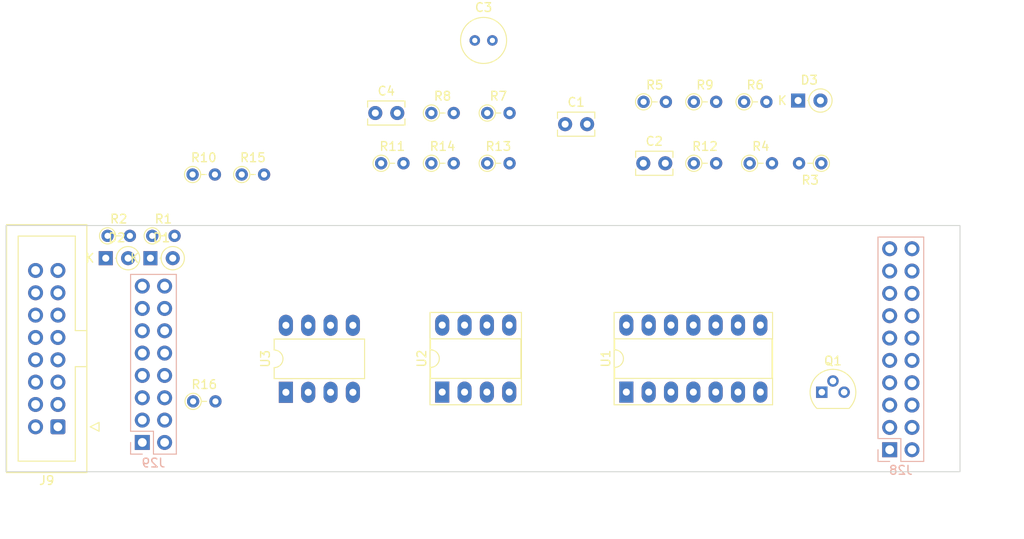
<source format=kicad_pcb>
(kicad_pcb (version 20211014) (generator pcbnew)
  (title_block (date "2022-11-24"))
  (layers (0 "F.Cu" signal) (31 "B.Cu" signal) (34 "B.Paste" user) (35 "F.Paste" user) (36 "B.SilkS" user "B.Silkscreen") (37 "F.SilkS" user "F.Silkscreen") (38 "B.Mask" user) (39 "F.Mask" user) (44 "Edge.Cuts" user))
  (net 0 "")
  (net 1 "/RV1_W")
  (net 2 "GND")
  (net 3 "Net-(C2-Pad1)")
  (net 4 "Net-(C2-Pad2)")
  (net 5 "Net-(C3-Pad1)")
  (net 6 "Net-(U3-Pad5)")
  (net 7 "+12V")
  (net 8 "Net-(D3-Pad1)")
  (net 9 "-12V")
  (net 10 "-12VA")
  (net 11 "+12VA")
  (net 12 "+5V")
  (net 17 "Net-(Q1-Pad3)")
  (net 18 "/INT_CLK")
  (net 19 "/RV1_CW")
  (net 20 "/TRIG_IN")
  (net 21 "Net-(R5-Pad1)")
  (net 22 "Net-(R5-Pad2)")
  (net 23 "/SHLD")
  (net 24 "/SH_OUT")
  (net 25 "Net-(U3-Pad3)")
  (net 26 "Net-(U3-Pad2)")
  (net 27 "Net-(U3-Pad6)")
  (net 28 "Net-(U3-Pad1)")
  (net 29 "/SH_5V")
  (net 30 "Net-(U1-Pad10)")
  (net 32 "/SH_IN")
  (net 56 "Net-(D1-Pad2)")
  (net 57 "Net-(D2-Pad1)")
  (footprint "Resistor_THT:R_Axial_DIN0204_L3.6mm_D1.6mm_P2.54mm_Vertical" (layer "F.Cu") (at 78.81 123.2)
    (fp_text reference "R15" (at 1.27 -1.92) (layer "F.SilkS"))
    (fp_text value "68K")
    (fp_line (start 0.92 0) (end 1.54 0) (layer "F.SilkS") (width 0.12))
    (fp_circle (center 0 0) (end 0.92 0) (layer "F.SilkS") (width 0.12) (fill none))
    (pad "1" thru_hole circle (at 0 0) (size 1.4 1.4) (drill 0.7) (layers *.Cu *.Mask) (net 28 "Net-(U3-Pad1)"))
    (pad "2" thru_hole oval (at 2.54 0) (size 1.4 1.4) (drill 0.7) (layers *.Cu *.Mask) (net 25 "Net-(U3-Pad3)"))
  )
  (footprint "Diode_THT:D_DO-35_SOD27_P2.54mm_Vertical_KathodeUp" (layer "F.Cu") (at 68.424315 132.715)
    (fp_text reference "D1" (at 1.27 -2.326371) (layer "F.SilkS"))
    (fp_text value "BAT41")
    (fp_text user "K" (at -1.8 0) (layer "F.SilkS"))
    (fp_line (start 1.213629 0) (end 1.1 0) (layer "F.SilkS") (width 0.12))
    (fp_circle (center 2.54 0) (end 3.866371 0) (layer "F.SilkS") (width 0.12) (fill none))
    (pad "1" thru_hole rect (at 0 0) (size 1.6 1.6) (drill 0.8) (layers *.Cu *.Mask) (net 7 "+12V"))
    (pad "2" thru_hole oval (at 2.54 0) (size 1.6 1.6) (drill 0.8) (layers *.Cu *.Mask) (net 56 "Net-(D1-Pad2)"))
  )
  (footprint "Capacitor_THT:C_Rect_L4.0mm_W2.5mm_P2.50mm" (layer "F.Cu") (at 124.48 121.92)
    (fp_text reference "C2" (at 1.25 -2.5) (layer "F.SilkS"))
    (fp_text value "470pF")
    (fp_line (start -0.87 -1.37) (end 3.37 -1.37) (layer "F.SilkS") (width 0.12))
    (fp_line (start -0.87 1.37) (end 3.37 1.37) (layer "F.SilkS") (width 0.12))
    (fp_line (start -0.87 -1.37) (end -0.87 -0.665) (layer "F.SilkS") (width 0.12))
    (fp_line (start -0.87 0.665) (end -0.87 1.37) (layer "F.SilkS") (width 0.12))
    (fp_line (start 3.37 -1.37) (end 3.37 -0.665) (layer "F.SilkS") (width 0.12))
    (fp_line (start 3.37 0.665) (end 3.37 1.37) (layer "F.SilkS") (width 0.12))
    (pad "1" thru_hole circle (at 0 0) (size 1.6 1.6) (drill 0.8) (layers *.Cu *.Mask) (net 3 "Net-(C2-Pad1)"))
    (pad "2" thru_hole circle (at 2.5 0) (size 1.6 1.6) (drill 0.8) (layers *.Cu *.Mask) (net 4 "Net-(C2-Pad2)"))
  )
  (footprint "Resistor_THT:R_Axial_DIN0204_L3.6mm_D1.6mm_P2.54mm_Vertical" (layer "F.Cu") (at 106.73 121.92)
    (fp_text reference "R13" (at 1.27 -1.92) (layer "F.SilkS"))
    (fp_text value "330K")
    (fp_line (start 0.92 0) (end 1.54 0) (layer "F.SilkS") (width 0.12))
    (fp_circle (center 0 0) (end 0.92 0) (layer "F.SilkS") (width 0.12) (fill none))
    (pad "1" thru_hole circle (at 0 0) (size 1.4 1.4) (drill 0.7) (layers *.Cu *.Mask) (net 26 "Net-(U3-Pad2)"))
    (pad "2" thru_hole oval (at 2.54 0) (size 1.4 1.4) (drill 0.7) (layers *.Cu *.Mask) (net 23 "/SHLD"))
  )
  (footprint "Package_DIP:DIP-8_W7.62mm_Socket_LongPads" (layer "F.Cu") (at 101.61 147.945 90)
    (fp_text reference "U2" (at 3.81 -2.33 90) (layer "F.SilkS"))
    (fp_text value "LF398_DIP8")
    (fp_line (start 2.81 -1.33) (end 1.56 -1.33) (layer "F.SilkS") (width 0.12))
    (fp_line (start 1.56 -1.33) (end 1.56 8.95) (layer "F.SilkS") (width 0.12))
    (fp_line (start 9.06 -1.39) (end -1.44 -1.39) (layer "F.SilkS") (width 0.12))
    (fp_line (start 1.56 8.95) (end 6.06 8.95) (layer "F.SilkS") (width 0.12))
    (fp_line (start -1.44 9.01) (end 9.06 9.01) (layer "F.SilkS") (width 0.12))
    (fp_line (start -1.44 -1.39) (end -1.44 9.01) (layer "F.SilkS") (width 0.12))
    (fp_line (start 9.06 9.01) (end 9.06 -1.39) (layer "F.SilkS") (width 0.12))
    (fp_line (start 6.06 -1.33) (end 4.81 -1.33) (layer "F.SilkS") (width 0.12))
    (fp_line (start 6.06 8.95) (end 6.06 -1.33) (layer "F.SilkS") (width 0.12))
    (fp_arc (start 4.81 -1.33) (mid 3.81 -0.33) (end 2.81 -1.33) (layer "F.SilkS") (width 0.12))
    (pad "1" thru_hole rect (at 0 0 90) (size 2.4 1.6) (drill 0.8) (layers *.Cu *.Mask) (net 7 "+12V"))
    (pad "2" thru_hole oval (at 0 2.54 90) (size 2.4 1.6) (drill 0.8) (layers *.Cu *.Mask))
    (pad "3" thru_hole oval (at 0 5.08 90) (size 2.4 1.6) (drill 0.8) (layers *.Cu *.Mask) (net 32 "/SH_IN"))
    (pad "4" thru_hole oval (at 0 7.62 90) (size 2.4 1.6) (drill 0.8) (layers *.Cu *.Mask) (net 9 "-12V"))
    (pad "5" thru_hole oval (at 7.62 7.62 90) (size 2.4 1.6) (drill 0.8) (layers *.Cu *.Mask) (net 23 "/SHLD"))
    (pad "6" thru_hole oval (at 7.62 5.08 90) (size 2.4 1.6) (drill 0.8) (layers *.Cu *.Mask) (net 5 "Net-(C3-Pad1)"))
    (pad "7" thru_hole oval (at 7.62 2.54 90) (size 2.4 1.6) (drill 0.8) (layers *.Cu *.Mask) (net 2 "GND"))
    (pad "8" thru_hole oval (at 7.62 0 90) (size 2.4 1.6) (drill 0.8) (layers *.Cu *.Mask) (net 21 "Net-(R5-Pad1)"))
  )
  (footprint "Resistor_THT:R_Axial_DIN0204_L3.6mm_D1.6mm_P2.54mm_Vertical" (layer "F.Cu") (at 135.94 114.935)
    (fp_text reference "R6" (at 1.27 -1.92) (layer "F.SilkS"))
    (fp_text value "1.8K")
    (fp_line (start 0.92 0) (end 1.54 0) (layer "F.SilkS") (width 0.12))
    (fp_circle (center 0 0) (end 0.92 0) (layer "F.SilkS") (width 0.12) (fill none))
    (pad "1" thru_hole circle (at 0 0) (size 1.4 1.4) (drill 0.7) (layers *.Cu *.Mask) (net 2 "GND"))
    (pad "2" thru_hole oval (at 2.54 0) (size 1.4 1.4) (drill 0.7) (layers *.Cu *.Mask) (net 21 "Net-(R5-Pad1)"))
  )
  (footprint "Connector_IDC:IDC-Header_2x08_P2.54mm_Vertical" (layer "F.Cu") (at 57.9025 151.892 180)
    (fp_text reference "J9" (at 1.27 -6.1) (layer "F.SilkS"))
    (fp_text value "ER-PWR-2X8")
    (fp_line (start -1.98 10.94) (end -1.98 10.94) (layer "F.SilkS") (width 0.12))
    (fp_line (start -3.29 22.99) (end -3.29 -5.21) (layer "F.SilkS") (width 0.12))
    (fp_line (start -1.98 21.69) (end -1.98 10.94) (layer "F.SilkS") (width 0.12))
    (fp_line (start -3.29 6.84) (end -1.98 6.84) (layer "F.SilkS") (width 0.12))
    (fp_line (start 4.52 -3.91) (end 4.52 21.69) (layer "F.SilkS") (width 0.12))
    (fp_line (start -3.68 0) (end -4.68 -0.5) (layer "F.SilkS") (width 0.12))
    (fp_line (start -4.68 0.5) (end -3.68 0) (layer "F.SilkS") (width 0.12))
    (fp_line (start 5.83 22.99) (end -3.29 22.99) (layer "F.SilkS") (width 0.12))
    (fp_line (start 5.83 -5.21) (end 5.83 22.99) (layer "F.SilkS") (width 0.12))
    (fp_line (start -3.29 -5.21) (end 5.83 -5.21) (layer "F.SilkS") (width 0.12))
    (fp_line (start -1.98 -3.91) (end 4.52 -3.91) (layer "F.SilkS") (width 0.12))
    (fp_line (start 4.52 21.69) (end -1.98 21.69) (layer "F.SilkS") (width 0.12))
    (fp_line (start -4.68 -0.5) (end -4.68 0.5) (layer "F.SilkS") (width 0.12))
    (fp_line (start -1.98 6.84) (end -1.98 -3.91) (layer "F.SilkS") (width 0.12))
    (fp_line (start -1.98 10.94) (end -3.29 10.94) (layer "F.SilkS") (width 0.12))
    (pad "1" thru_hole roundrect (at 0 0 180) (size 1.7 1.7) (drill 1) (layers *.Cu *.Mask) (roundrect_rratio 0.147059) (net 10 "-12VA"))
    (pad "2" thru_hole circle (at 2.54 0 180) (size 1.7 1.7) (drill 1) (layers *.Cu *.Mask) (net 10 "-12VA"))
    (pad "3" thru_hole circle (at 0 2.54 180) (size 1.7 1.7) (drill 1) (layers *.Cu *.Mask) (net 2 "GND"))
    (pad "4" thru_hole circle (at 2.54 2.54 180) (size 1.7 1.7) (drill 1) (layers *.Cu *.Mask) (net 2 "GND"))
    (pad "5" thru_hole circle (at 0 5.08 180) (size 1.7 1.7) (drill 1) (layers *.Cu *.Mask) (net 2 "GND"))
    (pad "6" thru_hole circle (at 2.54 5.08 180) (size 1.7 1.7) (drill 1) (layers *.Cu *.Mask) (net 2 "GND"))
    (pad "7" thru_hole circle (at 0 7.62 180) (size 1.7 1.7) (drill 1) (layers *.Cu *.Mask) (net 2 "GND"))
    (pad "8" thru_hole circle (at 2.54 7.62 180) (size 1.7 1.7) (drill 1) (layers *.Cu *.Mask) (net 2 "GND"))
    (pad "9" thru_hole circle (at 0 10.16 180) (size 1.7 1.7) (drill 1) (layers *.Cu *.Mask) (net 11 "+12VA"))
    (pad "10" thru_hole circle (at 2.54 10.16 180) (size 1.7 1.7) (drill 1) (layers *.Cu *.Mask) (net 11 "+12VA"))
    (pad "11" thru_hole circle (at 0 12.7 180) (size 1.7 1.7) (drill 1) (layers *.Cu *.Mask) (net 12 "+5V"))
    (pad "12" thru_hole circle (at 2.54 12.7 180) (size 1.7 1.7) (drill 1) (layers *.Cu *.Mask) (net 12 "+5V"))
    (pad "13" thru_hole circle (at 0 15.24 180) (size 1.7 1.7) (drill 1) (layers *.Cu *.Mask))
    (pad "14" thru_hole circle (at 2.54 15.24 180) (size 1.7 1.7) (drill 1) (layers *.Cu *.Mask))
    (pad "15" thru_hole circle (at 0 17.78 180) (size 1.7 1.7) (drill 1) (layers *.Cu *.Mask))
    (pad "16" thru_hole circle (at 2.54 17.78 180) (size 1.7 1.7) (drill 1) (layers *.Cu *.Mask))
  )
  (footprint "Resistor_THT:R_Axial_DIN0204_L3.6mm_D1.6mm_P2.54mm_Vertical" (layer "F.Cu") (at 63.55 130.175)
    (fp_text reference "R2" (at 1.27 -1.92) (layer "F.SilkS"))
    (fp_text value "10")
    (fp_line (start 0.92 0) (end 1.54 0) (layer "F.SilkS") (width 0.12))
    (fp_circle (center 0 0) (end 0.92 0) (layer "F.SilkS") (width 0.12) (fill none))
    (pad "1" thru_hole circle (at 0 0) (size 1.4 1.4) (drill 0.7) (layers *.Cu *.Mask) (net 10 "-12VA"))
    (pad "2" thru_hole oval (at 2.54 0) (size 1.4 1.4) (drill 0.7) (layers *.Cu *.Mask) (net 57 "Net-(D2-Pad1)"))
  )
  (footprint "Resistor_THT:R_Axial_DIN0204_L3.6mm_D1.6mm_P2.54mm_Vertical" (layer "F.Cu") (at 106.73 116.205)
    (fp_text reference "R7" (at 1.27 -1.92) (layer "F.SilkS"))
    (fp_text value "1K")
    (fp_line (start 0.92 0) (end 1.54 0) (layer "F.SilkS") (width 0.12))
    (fp_circle (center 0 0) (end 0.92 0) (layer "F.SilkS") (width 0.12) (fill none))
    (pad "1" thru_hole circle (at 0 0) (size 1.4 1.4) (drill 0.7) (layers *.Cu *.Mask) (net 23 "/SHLD"))
    (pad "2" thru_hole oval (at 2.54 0) (size 1.4 1.4) (drill 0.7) (layers *.Cu *.Mask) (net 24 "/SH_OUT"))
  )
  (footprint "Resistor_THT:R_Axial_DIN0204_L3.6mm_D1.6mm_P2.54mm_Vertical" (layer "F.Cu") (at 130.225 114.935)
    (fp_text reference "R9" (at 1.27 -1.92) (layer "F.SilkS"))
    (fp_text value "4.7K")
    (fp_line (start 0.92 0) (end 1.54 0) (layer "F.SilkS") (width 0.12))
    (fp_circle (center 0 0) (end 0.92 0) (layer "F.SilkS") (width 0.12) (fill none))
    (pad "1" thru_hole circle (at 0 0) (size 1.4 1.4) (drill 0.7) (layers *.Cu *.Mask) (net 20 "/TRIG_IN"))
    (pad "2" thru_hole oval (at 2.54 0) (size 1.4 1.4) (drill 0.7) (layers *.Cu *.Mask) (net 8 "Net-(D3-Pad1)"))
  )
  (footprint "Diode_THT:D_DO-35_SOD27_P2.54mm_Vertical_KathodeUp" (layer "F.Cu") (at 142.084315 114.785)
    (fp_text reference "D3" (at 1.27 -2.326371) (layer "F.SilkS"))
    (fp_text value "1N4148")
    (fp_text user "K" (at -1.8 0) (layer "F.SilkS"))
    (fp_line (start 1.213629 0) (end 1.1 0) (layer "F.SilkS") (width 0.12))
    (fp_circle (center 2.54 0) (end 3.866371 0) (layer "F.SilkS") (width 0.12) (fill none))
    (pad "1" thru_hole rect (at 0 0) (size 1.6 1.6) (drill 0.8) (layers *.Cu *.Mask) (net 8 "Net-(D3-Pad1)"))
    (pad "2" thru_hole oval (at 2.54 0) (size 1.6 1.6) (drill 0.8) (layers *.Cu *.Mask) (net 2 "GND"))
  )
  (footprint "Resistor_THT:R_Axial_DIN0204_L3.6mm_D1.6mm_P2.54mm_Vertical" (layer "F.Cu") (at 100.38 116.205)
    (fp_text reference "R8" (at 1.27 -1.92) (layer "F.SilkS"))
    (fp_text value "2.2K")
    (fp_line (start 0.92 0) (end 1.54 0) (layer "F.SilkS") (width 0.12))
    (fp_circle (center 0 0) (end 0.92 0) (layer "F.SilkS") (width 0.12) (fill none))
    (pad "1" thru_hole circle (at 0 0) (size 1.4 1.4) (drill 0.7) (layers *.Cu *.Mask) (net 18 "/INT_CLK"))
    (pad "2" thru_hole oval (at 2.54 0) (size 1.4 1.4) (drill 0.7) (layers *.Cu *.Mask) (net 19 "/RV1_CW"))
  )
  (footprint "Resistor_THT:R_Axial_DIN0204_L3.6mm_D1.6mm_P2.54mm_Vertical" (layer "F.Cu") (at 73.22 123.2)
    (fp_text reference "R10" (at 1.27 -1.92) (layer "F.SilkS"))
    (fp_text value "10K")
    (fp_line (start 0.92 0) (end 1.54 0) (layer "F.SilkS") (width 0.12))
    (fp_circle (center 0 0) (end 0.92 0) (layer "F.SilkS") (width 0.12) (fill none))
    (pad "1" thru_hole circle (at 0 0) (size 1.4 1.4) (drill 0.7) (layers *.Cu *.Mask) (net 12 "+5V"))
    (pad "2" thru_hole oval (at 2.54 0) (size 1.4 1.4) (drill 0.7) (layers *.Cu *.Mask) (net 6 "Net-(U3-Pad5)"))
  )
  (footprint "Resistor_THT:R_Axial_DIN0204_L3.6mm_D1.6mm_P2.54mm_Vertical" (layer "F.Cu") (at 100.38 121.92)
    (fp_text reference "R14" (at 1.27 -1.92) (layer "F.SilkS"))
    (fp_text value "68K")
    (fp_line (start 0.92 0) (end 1.54 0) (layer "F.SilkS") (width 0.12))
    (fp_circle (center 0 0) (end 0.92 0) (layer "F.SilkS") (width 0.12) (fill none))
    (pad "1" thru_hole circle (at 0 0) (size 1.4 1.4) (drill 0.7) (layers *.Cu *.Mask) (net 26 "Net-(U3-Pad2)"))
    (pad "2" thru_hole oval (at 2.54 0) (size 1.4 1.4) (drill 0.7) (layers *.Cu *.Mask) (net 27 "Net-(U3-Pad6)"))
  )
  (footprint "Resistor_THT:R_Axial_DIN0204_L3.6mm_D1.6mm_P2.54mm_Vertical" (layer "F.Cu") (at 94.665 121.92)
    (fp_text reference "R11" (at 1.27 -1.92) (layer "F.SilkS"))
    (fp_text value "10K")
    (fp_line (start 0.92 0) (end 1.54 0) (layer "F.SilkS") (width 0.12))
    (fp_circle (center 0 0) (end 0.92 0) (layer "F.SilkS") (width 0.12) (fill none))
    (pad "1" thru_hole circle (at 0 0) (size 1.4 1.4) (drill 0.7) (layers *.Cu *.Mask) (net 6 "Net-(U3-Pad5)"))
    (pad "2" thru_hole oval (at 2.54 0) (size 1.4 1.4) (drill 0.7) (layers *.Cu *.Mask) (net 2 "GND"))
  )
  (footprint "Resistor_THT:R_Axial_DIN0204_L3.6mm_D1.6mm_P2.54mm_Vertical" (layer "F.Cu") (at 68.63 130.175)
    (fp_text reference "R1" (at 1.27 -1.92) (layer "F.SilkS"))
    (fp_text value "10")
    (fp_line (start 0.92 0) (end 1.54 0) (layer "F.SilkS") (width 0.12))
    (fp_circle (center 0 0) (end 0.92 0) (layer "F.SilkS") (width 0.12) (fill none))
    (pad "1" thru_hole circle (at 0 0) (size 1.4 1.4) (drill 0.7) (layers *.Cu *.Mask) (net 56 "Net-(D1-Pad2)"))
    (pad "2" thru_hole oval (at 2.54 0) (size 1.4 1.4) (drill 0.7) (layers *.Cu *.Mask) (net 11 "+12VA"))
  )
  (footprint "Capacitor_THT:C_Rect_L4.0mm_W2.5mm_P2.50mm" (layer "F.Cu") (at 115.59 117.475)
    (fp_text reference "C1" (at 1.25 -2.5) (layer "F.SilkS"))
    (fp_text value "1nF")
    (fp_line (start 3.37 0.665) (end 3.37 1.37) (layer "F.SilkS") (width 0.12))
    (fp_line (start -0.87 -1.37) (end -0.87 -0.665) (layer "F.SilkS") (width 0.12))
    (fp_line (start -0.87 -1.37) (end 3.37 -1.37) (layer "F.SilkS") (width 0.12))
    (fp_line (start -0.87 1.37) (end 3.37 1.37) (layer "F.SilkS") (width 0.12))
    (fp_line (start 3.37 -1.37) (end 3.37 -0.665) (layer "F.SilkS") (width 0.12))
    (fp_line (start -0.87 0.665) (end -0.87 1.37) (layer "F.SilkS") (width 0.12))
    (pad "1" thru_hole circle (at 0 0) (size 1.6 1.6) (drill 0.8) (layers *.Cu *.Mask) (net 1 "/RV1_W"))
    (pad "2" thru_hole circle (at 2.5 0) (size 1.6 1.6) (drill 0.8) (layers *.Cu *.Mask) (net 2 "GND"))
  )
  (footprint "Capacitor_THT:C_Radial_D5.0mm_H7.0mm_P2.00mm" (layer "F.Cu") (at 105.315 107.95)
    (fp_text reference "C3" (at 1 -3.75) (layer "F.SilkS"))
    (fp_text value "1nF Polystyrene")
    (fp_circle (center 1 0) (end 3.62 0) (layer "F.SilkS") (width 0.12) (fill none))
    (pad "1" thru_hole circle (at 0 0) (size 1.2 1.2) (drill 0.6) (layers *.Cu *.Mask) (net 5 "Net-(C3-Pad1)"))
    (pad "2" thru_hole circle (at 2 0) (size 1.2 1.2) (drill 0.6) (layers *.Cu *.Mask) (net 2 "GND"))
  )
  (footprint "Resistor_THT:R_Axial_DIN0204_L3.6mm_D1.6mm_P2.54mm_Vertical" (layer "F.Cu") (at 136.575 121.92)
    (fp_text reference "R4" (at 1.27 -1.92) (layer "F.SilkS"))
    (fp_text value "10K")
    (fp_line (start 0.92 0) (end 1.54 0) (layer "F.SilkS") (width 0.12))
    (fp_circle (center 0 0) (end 0.92 0) (layer "F.SilkS") (width 0.12) (fill none))
    (pad "1" thru_hole circle (at 0 0) (size 1.4 1.4) (drill 0.7) (layers *.Cu *.Mask) (net 2 "GND"))
    (pad "2" thru_hole oval (at 2.54 0) (size 1.4 1.4) (drill 0.7) (layers *.Cu *.Mask) (net 4 "Net-(C2-Pad2)"))
  )
  (footprint "Resistor_THT:R_Axial_DIN0204_L3.6mm_D1.6mm_P2.54mm_Vertical" (layer "F.Cu") (at 73.28 149)
    (fp_text reference "R16" (at 1.27 -1.92) (layer "F.SilkS"))
    (fp_text value "1K")
    (fp_line (start 0.92 0) (end 1.54 0) (layer "F.SilkS") (width 0.12))
    (fp_circle (center 0 0) (end 0.92 0) (layer "F.SilkS") (width 0.12) (fill none))
    (pad "1" thru_hole circle (at 0 0) (size 1.4 1.4) (drill 0.7) (layers *.Cu *.Mask) (net 29 "/SH_5V"))
    (pad "2" thru_hole oval (at 2.54 0) (size 1.4 1.4) (drill 0.7) (layers *.Cu *.Mask) (net 28 "Net-(U3-Pad1)"))
  )
  (footprint "Resistor_THT:R_Axial_DIN0204_L3.6mm_D1.6mm_P2.54mm_Vertical" (layer "F.Cu") (at 124.51 114.935)
    (fp_text reference "R5" (at 1.27 -1.92) (layer "F.SilkS"))
    (fp_text value "5.6K")
    (fp_line (start 0.92 0) (end 1.54 0) (layer "F.SilkS") (width 0.12))
    (fp_circle (center 0 0) (end 0.92 0) (layer "F.SilkS") (width 0.12) (fill none))
    (pad "1" thru_hole circle (at 0 0) (size 1.4 1.4) (drill 0.7) (layers *.Cu *.Mask) (net 21 "Net-(R5-Pad1)"))
    (pad "2" thru_hole oval (at 2.54 0) (size 1.4 1.4) (drill 0.7) (layers *.Cu *.Mask) (net 22 "Net-(R5-Pad2)"))
  )
  (footprint "Diode_THT:D_DO-35_SOD27_P2.54mm_Vertical_KathodeUp" (layer "F.Cu") (at 63.344315 132.715)
    (fp_text reference "D2" (at 1.27 -2.326371) (layer "F.SilkS"))
    (fp_text value "BAT41")
    (fp_text user "K" (at -1.8 0) (layer "F.SilkS"))
    (fp_line (start 1.213629 0) (end 1.1 0) (layer "F.SilkS") (width 0.12))
    (fp_circle (center 2.54 0) (end 3.866371 0) (layer "F.SilkS") (width 0.12) (fill none))
    (pad "1" thru_hole rect (at 0 0) (size 1.6 1.6) (drill 0.8) (layers *.Cu *.Mask) (net 57 "Net-(D2-Pad1)"))
    (pad "2" thru_hole oval (at 2.54 0) (size 1.6 1.6) (drill 0.8) (layers *.Cu *.Mask) (net 9 "-12V"))
  )
  (footprint "Package_DIP:DIP-8_W7.62mm_LongPads" (layer "F.Cu") (at 83.83 147.97 90)
    (fp_text reference "U3" (at 3.81 -2.33 90) (layer "F.SilkS"))
    (fp_text value "MCP6002")
    (fp_line (start 6.06 8.95) (end 6.06 -1.33) (layer "F.SilkS") (width 0.12))
    (fp_line (start 6.06 -1.33) (end 4.81 -1.33) (layer "F.SilkS") (width 0.12))
    (fp_line (start 1.56 -1.33) (end 1.56 8.95) (layer "F.SilkS") (width 0.12))
    (fp_line (start 1.56 8.95) (end 6.06 8.95) (layer "F.SilkS") (width 0.12))
    (fp_line (start 2.81 -1.33) (end 1.56 -1.33) (layer "F.SilkS") (width 0.12))
    (fp_arc (start 4.81 -1.33) (mid 3.81 -0.33) (end 2.81 -1.33) (layer "F.SilkS") (width 0.12))
    (pad "1" thru_hole rect (at 0 0 90) (size 2.4 1.6) (drill 0.8) (layers *.Cu *.Mask) (net 28 "Net-(U3-Pad1)"))
    (pad "2" thru_hole oval (at 0 2.54 90) (size 2.4 1.6) (drill 0.8) (layers *.Cu *.Mask) (net 26 "Net-(U3-Pad2)"))
    (pad "3" thru_hole oval (at 0 5.08 90) (size 2.4 1.6) (drill 0.8) (layers *.Cu *.Mask) (net 25 "Net-(U3-Pad3)"))
    (pad "4" thru_hole oval (at 0 7.62 90) (size 2.4 1.6) (drill 0.8) (layers *.Cu *.Mask) (net 2 "GND"))
    (pad "5" thru_hole oval (at 7.62 7.62 90) (size 2.4 1.6) (drill 0.8) (layers *.Cu *.Mask) (net 6 "Net-(U3-Pad5)"))
    (pad "6" thru_hole oval (at 7.62 5.08 90) (size 2.4 1.6) (drill 0.8) (layers *.Cu *.Mask) (net 27 "Net-(U3-Pad6)"))
    (pad "7" thru_hole oval (at 7.62 2.54 90) (size 2.4 1.6) (drill 0.8) (layers *.Cu *.Mask) (net 27 "Net-(U3-Pad6)"))
    (pad "8" thru_hole oval (at 7.62 0 90) (size 2.4 1.6) (drill 0.8) (layers *.Cu *.Mask) (net 12 "+5V"))
  )
  (footprint "Package_TO_SOT_THT:TO-92" (layer "F.Cu") (at 144.78 147.955)
    (fp_text reference "Q1" (at 1.27 -3.56) (layer "F.SilkS"))
    (fp_text value "2N3904")
    (fp_line (start -0.53 1.85) (end 3.07 1.85) (layer "F.SilkS") (width 0.12))
    (fp_arc (start 1.27 -2.6) (mid 3.672087 -0.994977) (end 3.108478 1.838478) (layer "F.SilkS") (width 0.12))
    (fp_arc (start -0.568478 1.838478) (mid -1.132087 -0.994977) (end 1.27 -2.6) (layer "F.SilkS") (width 0.12))
    (pad "1" thru_hole rect (at 0 0) (size 1.3 1.3) (drill 0.75) (layers *.Cu *.Mask) (net 2 "GND"))
    (pad "2" thru_hole circle (at 1.27 -1.27) (size 1.3 1.3) (drill 0.75) (layers *.Cu *.Mask) (net 8 "Net-(D3-Pad1)"))
    (pad "3" thru_hole circle (at 2.54 0) (size 1.3 1.3) (drill 0.75) (layers *.Cu *.Mask) (net 17 "Net-(Q1-Pad3)"))
  )
  (footprint "Resistor_THT:R_Axial_DIN0204_L3.6mm_D1.6mm_P2.54mm_Vertical" (layer "F.Cu") (at 144.73 121.92 180)
    (fp_text reference "R3" (at 1.27 -1.92) (layer "F.SilkS"))
    (fp_text value "2.2K")
    (fp_line (start 0.92 0) (end 1.54 0) (layer "F.SilkS") (width 0.12))
    (fp_circle (center 0 0) (end 0.92 0) (layer "F.SilkS") (width 0.12) (fill none))
    (pad "1" thru_hole circle (at 0 0 180) (size 1.4 1.4) (drill 0.7) (layers *.Cu *.Mask) (net 17 "Net-(Q1-Pad3)"))
    (pad "2" thru_hole oval (at 2.54 0 180) (size 1.4 1.4) (drill 0.7) (layers *.Cu *.Mask) (net 7 "+12V"))
  )
  (footprint "Package_DIP:DIP-14_W7.62mm_Socket_LongPads" (layer "F.Cu") (at 122.55 147.945 90)
    (fp_text reference "U1" (at 3.81 -2.33 90) (layer "F.SilkS"))
    (fp_text value "CD4093")
    (fp_line (start 1.56 16.57) (end 6.06 16.57) (layer "F.SilkS") (width 0.12))
    (fp_line (start 1.56 -1.33) (end 1.56 16.57) (layer "F.SilkS") (width 0.12))
    (fp_line (start -1.44 -1.39) (end -1.44 16.63) (layer "F.SilkS") (width 0.12))
    (fp_line (start -1.44 16.63) (end 9.06 16.63) (layer "F.SilkS") (width 0.12))
    (fp_line (start 9.06 -1.39) (end -1.44 -1.39) (layer "F.SilkS") (width 0.12))
    (fp_line (start 6.06 16.57) (end 6.06 -1.33) (layer "F.SilkS") (width 0.12))
    (fp_line (start 9.06 16.63) (end 9.06 -1.39) (layer "F.SilkS") (width 0.12))
    (fp_line (start 6.06 -1.33) (end 4.81 -1.33) (layer "F.SilkS") (width 0.12))
    (fp_line (start 2.81 -1.33) (end 1.56 -1.33) (layer "F.SilkS") (width 0.12))
    (fp_arc (start 4.81 -1.33) (mid 3.81 -0.33) (end 2.81 -1.33) (layer "F.SilkS") (width 0.12))
    (pad "1" thru_hole rect (at 0 0 90) (size 2.4 1.6) (drill 0.8) (layers *.Cu *.Mask) (net 1 "/RV1_W"))
    (pad "2" thru_hole oval (at 0 2.54 90) (size 2.4 1.6) (drill 0.8) (layers *.Cu *.Mask) (net 1 "/RV1_W"))
    (pad "3" thru_hole oval (at 0 5.08 90) (size 2.4 1.6) (drill 0.8) (layers *.Cu *.Mask) (net 18 "/INT_CLK"))
    (pad "4" thru_hole oval (at 0 7.62 90) (size 2.4 1.6) (drill 0.8) (layers *.Cu *.Mask) (net 3 "Net-(C2-Pad1)"))
    (pad "5" thru_hole oval (at 0 10.16 90) (size 2.4 1.6) (drill 0.8) (layers *.Cu *.Mask) (net 17 "Net-(Q1-Pad3)"))
    (pad "6" thru_hole oval (at 0 12.7 90) (size 2.4 1.6) (drill 0.8) (layers *.Cu *.Mask) (net 17 "Net-(Q1-Pad3)"))
    (pad "7" thru_hole oval (at 0 15.24 90) (size 2.4 1.6) (drill 0.8) (layers *.Cu *.Mask) (net 2 "GND"))
    (pad "8" thru_hole oval (at 7.62 15.24 90) (size 2.4 1.6) (drill 0.8) (layers *.Cu *.Mask) (net 4 "Net-(C2-Pad2)"))
    (pad "9" thru_hole oval (at 7.62 12.7 90) (size 2.4 1.6) (drill 0.8) (layers *.Cu *.Mask) (net 4 "Net-(C2-Pad2)"))
    (pad "10" thru_hole oval (at 7.62 10.16 90) (size 2.4 1.6) (drill 0.8) (layers *.Cu *.Mask) (net 30 "Net-(U1-Pad10)"))
    (pad "11" thru_hole oval (at 7.62 7.62 90) (size 2.4 1.6) (drill 0.8) (layers *.Cu *.Mask) (net 22 "Net-(R5-Pad2)"))
    (pad "12" thru_hole oval (at 7.62 5.08 90) (size 2.4 1.6) (drill 0.8) (layers *.Cu *.Mask) (net 30 "Net-(U1-Pad10)"))
    (pad "13" thru_hole oval (at 7.62 2.54 90) (size 2.4 1.6) (drill 0.8) (layers *.Cu *.Mask) (net 30 "Net-(U1-Pad10)"))
    (pad "14" thru_hole oval (at 7.62 0 90) (size 2.4 1.6) (drill 0.8) (layers *.Cu *.Mask) (net 7 "+12V"))
  )
  (footprint "Resistor_THT:R_Axial_DIN0204_L3.6mm_D1.6mm_P2.54mm_Vertical" (layer "F.Cu") (at 130.225 121.92)
    (fp_text reference "R12" (at 1.27 -1.92) (layer "F.SilkS"))
    (fp_text value "330K")
    (fp_line (start 0.92 0) (end 1.54 0) (layer "F.SilkS") (width 0.12))
    (fp_circle (center 0 0) (end 0.92 0) (layer "F.SilkS") (width 0.12) (fill none))
    (pad "1" thru_hole circle (at 0 0) (size 1.4 1.4) (drill 0.7) (layers *.Cu *.Mask) (net 25 "Net-(U3-Pad3)"))
    (pad "2" thru_hole oval (at 2.54 0) (size 1.4 1.4) (drill 0.7) (layers *.Cu *.Mask) (net 2 "GND"))
  )
  (footprint "Capacitor_THT:C_Rect_L4.0mm_W2.5mm_P2.50mm" (layer "F.Cu") (at 94 116.205)
    (fp_text reference "C4" (at 1.25 -2.5) (layer "F.SilkS"))
    (fp_text value "470pF")
    (fp_line (start 3.37 0.665) (end 3.37 1.37) (layer "F.SilkS") (width 0.12))
    (fp_line (start -0.87 -1.37) (end -0.87 -0.665) (layer "F.SilkS") (width 0.12))
    (fp_line (start -0.87 1.37) (end 3.37 1.37) (layer "F.SilkS") (width 0.12))
    (fp_line (start -0.87 0.665) (end -0.87 1.37) (layer "F.SilkS") (width 0.12))
    (fp_line (start -0.87 -1.37) (end 3.37 -1.37) (layer "F.SilkS") (width 0.12))
    (fp_line (start 3.37 -1.37) (end 3.37 -0.665) (layer "F.SilkS") (width 0.12))
    (pad "1" thru_hole circle (at 0 0) (size 1.6 1.6) (drill 0.8) (layers *.Cu *.Mask) (net 2 "GND"))
    (pad "2" thru_hole circle (at 2.5 0) (size 1.6 1.6) (drill 0.8) (layers *.Cu *.Mask) (net 6 "Net-(U3-Pad5)"))
  )
  (footprint "Connector_PinHeader_2.54mm:PinHeader_2x10_P2.54mm_Vertical" (layer "B.Cu") (at 152.5 154.5)
    (fp_text reference "J28" (at 1.27 2.33) (layer "B.SilkS") (effects (justify mirror)))
    (fp_text value "PROTO02_POTS")
    (fp_line (start -1.33 0) (end -1.33 1.33) (layer "B.SilkS") (width 0.12))
    (fp_line (start 3.87 1.33) (end 3.87 -24.19) (layer "B.SilkS") (width 0.12))
    (fp_line (start -1.33 -1.27) (end -1.33 -24.19) (layer "B.SilkS") (width 0.12))
    (fp_line (start -1.33 1.33) (end 0 1.33) (layer "B.SilkS") (width 0.12))
    (fp_line (start 1.27 -1.27) (end 1.27 1.33) (layer "B.SilkS") (width 0.12))
    (fp_line (start 1.27 1.33) (end 3.87 1.33) (layer "B.SilkS") (width 0.12))
    (fp_line (start -1.33 -1.27) (end 1.27 -1.27) (layer "B.SilkS") (width 0.12))
    (fp_line (start -1.33 -24.19) (end 3.87 -24.19) (layer "B.SilkS") (width 0.12))
    (pad "1" thru_hole rect (at 0 0) (size 1.7 1.7) (drill 1) (layers *.Cu *.Mask) (net 12 "+5V"))
    (pad "2" thru_hole oval (at 2.54 0) (size 1.7 1.7) (drill 1) (layers *.Cu *.Mask))
    (pad "3" thru_hole oval (at 0 -2.54) (size 1.7 1.7) (drill 1) (layers *.Cu *.Mask))
    (pad "4" thru_hole oval (at 2.54 -2.54) (size 1.7 1.7) (drill 1) (layers *.Cu *.Mask))
    (pad "5" thru_hole oval (at 0 -5.08) (size 1.7 1.7) (drill 1) (layers *.Cu *.Mask))
    (pad "6" thru_hole oval (at 2.54 -5.08) (size 1.7 1.7) (drill 1) (layers *.Cu *.Mask))
    (pad "7" thru_hole oval (at 0 -7.62) (size 1.7 1.7) (drill 1) (layers *.Cu *.Mask))
    (pad "8" thru_hole oval (at 2.54 -7.62) (size 1.7 1.7) (drill 1) (layers *.Cu *.Mask))
    (pad "9" thru_hole oval (at 0 -10.16) (size 1.7 1.7) (drill 1) (layers *.Cu *.Mask))
    (pad "10" thru_hole oval (at 2.54 -10.16) (size 1.7 1.7) (drill 1) (layers *.Cu *.Mask))
    (pad "11" thru_hole oval (at 0 -12.7) (size 1.7 1.7) (drill 1) (layers *.Cu *.Mask))
    (pad "12" thru_hole oval (at 2.54 -12.7) (size 1.7 1.7) (drill 1) (layers *.Cu *.Mask))
    (pad "13" thru_hole oval (at 0 -15.24) (size 1.7 1.7) (drill 1) (layers *.Cu *.Mask))
    (pad "14" thru_hole oval (at 2.54 -15.24) (size 1.7 1.7) (drill 1) (layers *.Cu *.Mask))
    (pad "15" thru_hole oval (at 0 -17.78) (size 1.7 1.7) (drill 1) (layers *.Cu *.Mask))
    (pad "16" thru_hole oval (at 2.54 -17.78) (size 1.7 1.7) (drill 1) (layers *.Cu *.Mask))
    (pad "17" thru_hole oval (at 0 -20.32) (size 1.7 1.7) (drill 1) (layers *.Cu *.Mask) (net 19 "/RV1_CW"))
    (pad "18" thru_hole oval (at 2.54 -20.32) (size 1.7 1.7) (drill 1) (layers *.Cu *.Mask) (net 1 "/RV1_W"))
    (pad "19" thru_hole oval (at 0 -22.86) (size 1.7 1.7) (drill 1) (layers *.Cu *.Mask))
    (pad "20" thru_hole oval (at 2.54 -22.86) (size 1.7 1.7) (drill 1) (layers *.Cu *.Mask) (net 2 "GND"))
  )
  (footprint "Connector_PinHeader_2.54mm:PinHeader_2x08_P2.54mm_Vertical" (layer "B.Cu") (at 67.5 153.67)
    (fp_text reference "J29" (at 1.27 2.33) (layer "B.SilkS") (effects (justify mirror)))
    (fp_text value "PROTO02_JACKS")
    (fp_line (start -1.33 -19.11) (end 3.87 -19.11) (layer "B.SilkS") (width 0.12))
    (fp_line (start -1.33 1.33) (end 0 1.33) (layer "B.SilkS") (width 0.12))
    (fp_line (start -1.33 0) (end -1.33 1.33) (layer "B.SilkS") (width 0.12))
    (fp_line (start 1.27 1.33) (end 3.87 1.33) (layer "B.SilkS") (width 0.12))
    (fp_line (start -1.33 -1.27) (end 1.27 -1.27) (layer "B.SilkS") (width 0.12))
    (fp_line (start -1.33 -1.27) (end -1.33 -19.11) (layer "B.SilkS") (width 0.12))
    (fp_line (start 3.87 1.33) (end 3.87 -19.11) (layer "B.SilkS") (width 0.12))
    (fp_line (start 1.27 -1.27) (end 1.27 1.33) (layer "B.SilkS") (width 0.12))
    (pad "1" thru_hole rect (at 0 0) (size 1.7 1.7) (drill 1) (layers *.Cu *.Mask) (net 2 "GND"))
    (pad "2" thru_hole oval (at 2.54 0) (size 1.7 1.7) (drill 1) (layers *.Cu *.Mask) (net 2 "GND"))
    (pad "3" thru_hole oval (at 0 -2.54) (size 1.7 1.7) (drill 1) (layers *.Cu *.Mask))
    (pad "4" thru_hole oval (at 2.54 -2.54) (size 1.7 1.7) (drill 1) (layers *.Cu *.Mask))
    (pad "5" thru_hole oval (at 0 -5.08) (size 1.7 1.7) (drill 1) (layers *.Cu *.Mask))
    (pad "6" thru_hole oval (at 2.54 -5.08) (size 1.7 1.7) (drill 1) (layers *.Cu *.Mask) (net 29 "/SH_5V"))
    (pad "7" thru_hole oval (at 0 -7.62) (size 1.7 1.7) (drill 1) (layers *.Cu *.Mask))
    (pad "8" thru_hole oval (at 2.54 -7.62) (size 1.7 1.7) (drill 1) (layers *.Cu *.Mask) (net 24 "/SH_OUT"))
    (pad "9" thru_hole oval (at 0 -10.16) (size 1.7 1.7) (drill 1) (layers *.Cu *.Mask))
    (pad "10" thru_hole oval (at 2.54 -10.16) (size 1.7 1.7) (drill 1) (layers *.Cu *.Mask) (net 32 "/SH_IN"))
    (pad "11" thru_hole oval (at 0 -12.7) (size 1.7 1.7) (drill 1) (layers *.Cu *.Mask) (net 18 "/INT_CLK"))
    (pad "12" thru_hole oval (at 2.54 -12.7) (size 1.7 1.7) (drill 1) (layers *.Cu *.Mask) (net 20 "/TRIG_IN"))
    (pad "13" thru_hole oval (at 0 -15.24) (size 1.7 1.7) (drill 1) (layers *.Cu *.Mask))
    (pad "14" thru_hole oval (at 2.54 -15.24) (size 1.7 1.7) (drill 1) (layers *.Cu *.Mask))
    (pad "15" thru_hole oval (at 0 -17.78) (size 1.7 1.7) (drill 1) (layers *.Cu *.Mask) (net 2 "GND"))
    (pad "16" thru_hole oval (at 2.54 -17.78) (size 1.7 1.7) (drill 1) (layers *.Cu *.Mask) (net 2 "GND"))
  )
  (gr_rect (start 52 129) (end 160.5 157) (layer "Edge.Cuts") (width 0.1) (fill none))
)
</source>
